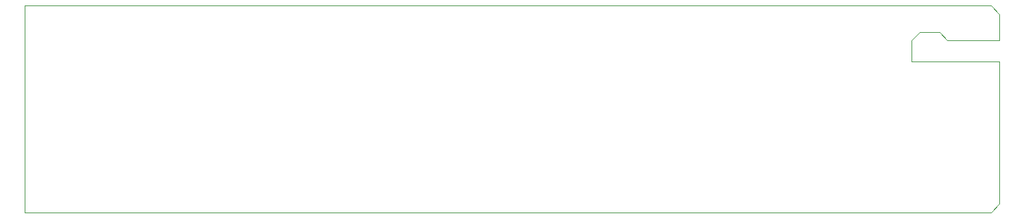
<source format=gbr>
%TF.GenerationSoftware,KiCad,Pcbnew,8.0.3*%
%TF.CreationDate,2025-03-20T13:05:17+01:00*%
%TF.ProjectId,Methanesense,4d657468-616e-4657-9365-6e73652e6b69,v2.0.0*%
%TF.SameCoordinates,Original*%
%TF.FileFunction,Profile,NP*%
%FSLAX46Y46*%
G04 Gerber Fmt 4.6, Leading zero omitted, Abs format (unit mm)*
G04 Created by KiCad (PCBNEW 8.0.3) date 2025-03-20 13:05:17*
%MOMM*%
%LPD*%
G01*
G04 APERTURE LIST*
%TA.AperFunction,Profile*%
%ADD10C,0.100000*%
%TD*%
G04 APERTURE END LIST*
D10*
X140200000Y-54000000D02*
X140200000Y-56600000D01*
X151000000Y-56600000D02*
X151000000Y-74200000D01*
X150000000Y-75300000D02*
X151000000Y-74200000D01*
X151000000Y-54000000D02*
X144600000Y-54000000D01*
X141200000Y-53000000D02*
X140200000Y-54000000D01*
X143600000Y-53000000D02*
X141200000Y-53000000D01*
X144600000Y-54000000D02*
X143600000Y-53000000D01*
X140200000Y-56600000D02*
X151000000Y-56600000D01*
X151000000Y-50800000D02*
X150000000Y-49700000D01*
X30700000Y-75300000D02*
X30700000Y-49700000D01*
X30700000Y-75300000D02*
X150000000Y-75300000D01*
X151000000Y-50800000D02*
X151000000Y-54000000D01*
X30700000Y-49700000D02*
X150000000Y-49700000D01*
M02*

</source>
